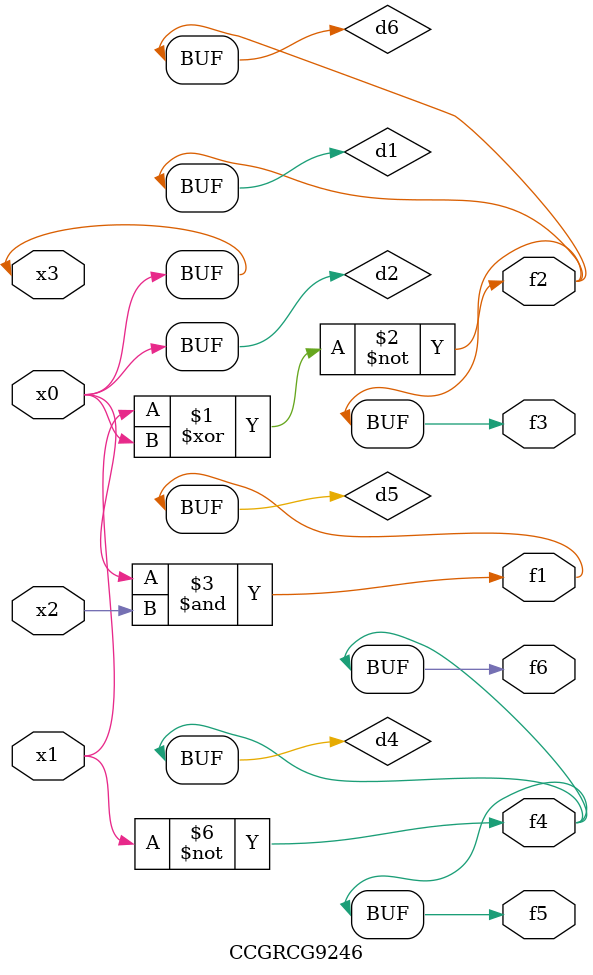
<source format=v>
module CCGRCG9246(
	input x0, x1, x2, x3,
	output f1, f2, f3, f4, f5, f6
);

	wire d1, d2, d3, d4, d5, d6;

	xnor (d1, x1, x3);
	buf (d2, x0, x3);
	nand (d3, x0, x2);
	not (d4, x1);
	nand (d5, d3);
	or (d6, d1);
	assign f1 = d5;
	assign f2 = d6;
	assign f3 = d6;
	assign f4 = d4;
	assign f5 = d4;
	assign f6 = d4;
endmodule

</source>
